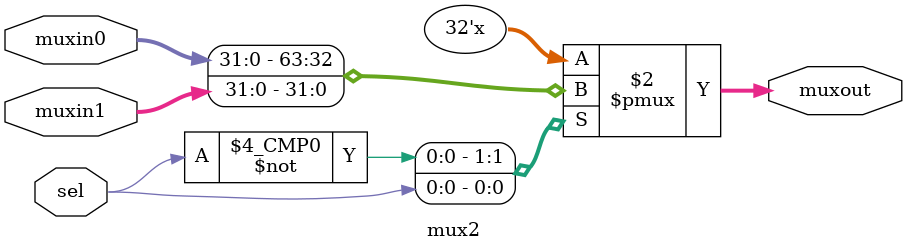
<source format=v>
`timescale 1ns / 1ps
module mux2 #(parameter BUS_SIZE = 32)(
    input [BUS_SIZE-1:0] muxin0,
    input [BUS_SIZE-1:0] muxin1,
    input sel,
    output reg [BUS_SIZE-1:0] muxout
    );

always @(*) begin
	
	case(sel)
		1'b0: muxout = muxin0;
		1'b1: muxout = muxin1;
	endcase
	
end

endmodule

</source>
